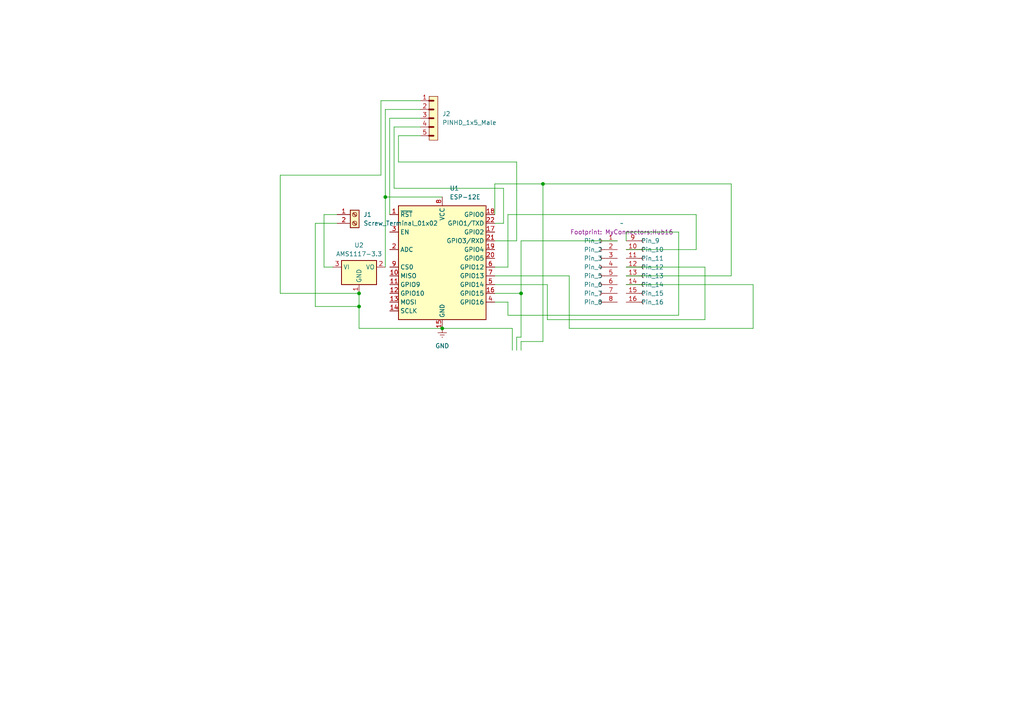
<source format=kicad_sch>
(kicad_sch (version 20250114) (generator "eeschema") (generator_version "9.0")
  (paper "A4")
  (lib_symbols
    (symbol "Connector:Screw_Terminal_01x02" (pin_names (offset 1.016) (hide yes))
      (property "Reference" "J" (at 0 2.54 0))
      (property "Value" "Screw_Terminal_01x02" (at 0 -5.08 0))
      (symbol "Screw_Terminal_01x02_1_1"
        (rectangle (start -1.27 1.27) (end 1.27 -3.81) (stroke (width 0.254)) (fill (type background)))
        (polyline (pts (xy -0.5334 0.3302) (xy 0.3302 -0.508)) (stroke (width 0.1524)))
        (polyline (pts (xy -0.5334 -2.2098) (xy 0.3302 -3.048)) (stroke (width 0.1524)))
        (polyline (pts (xy -0.3556 0.508) (xy 0.508 -0.3302)) (stroke (width 0.1524)))
        (polyline (pts (xy -0.3556 -2.032) (xy 0.508 -2.8702)) (stroke (width 0.1524)))
        (circle (center 0 0) (radius 0.635) (stroke (width 0.1524)))
        (circle (center 0 -2.54) (radius 0.635) (stroke (width 0.1524)))
        (pin passive line (at -5.08 0 0) (length 3.81) (name "Pin_1") (number "1"))
        (pin passive line (at -5.08 -2.54 0) (length 3.81) (name "Pin_2") (number "2"))
      )
    )
    (symbol "New_Library:HUB16"
      (property "Footprint" "MyConnectors:Hub16" (at 0.254 6.858 0) (show_name))
      (symbol "HUB16_1_1"
        (arc (start -7.6178 3.048) (mid -7.112 2.54) (end -7.6178 2.032) (stroke (width 0.1524)))
        (arc (start -7.6178 0.508) (mid -7.112 0) (end -7.6178 -0.508) (stroke (width 0.1524)))
        (arc (start -7.6178 -2.032) (mid -7.112 -2.54) (end -7.6178 -3.048) (stroke (width 0.1524)))
        (arc (start -7.6178 -4.572) (mid -7.112 -5.08) (end -7.6178 -5.588) (stroke (width 0.1524)))
        (arc (start -7.6178 -7.112) (mid -7.112 -7.62) (end -7.6178 -8.128) (stroke (width 0.1524)))
        (arc (start -7.6178 -9.652) (mid -7.112 -10.16) (end -7.6178 -10.668) (stroke (width 0.1524)))
        (arc (start -7.6178 -12.192) (mid -7.112 -12.7) (end -7.6178 -13.208) (stroke (width 0.1524)))
        (arc (start -7.6178 -14.732) (mid -7.112 -15.24) (end -7.6178 -15.748) (stroke (width 0.1524)))
        (polyline (pts (xy -6.35 2.54) (xy -7.112 2.54)) (stroke (width 0.1524)))
        (polyline (pts (xy -6.35 0) (xy -7.112 0)) (stroke (width 0.1524)))
        (polyline (pts (xy -6.35 -2.54) (xy -7.112 -2.54)) (stroke (width 0.1524)))
        (polyline (pts (xy -6.35 -5.08) (xy -7.112 -5.08)) (stroke (width 0.1524)))
        (polyline (pts (xy -6.35 -7.62) (xy -7.112 -7.62)) (stroke (width 0.1524)))
        (polyline (pts (xy -6.35 -10.16) (xy -7.112 -10.16)) (stroke (width 0.1524)))
        (polyline (pts (xy -6.35 -12.7) (xy -7.112 -12.7)) (stroke (width 0.1524)))
        (polyline (pts (xy -6.35 -15.24) (xy -7.112 -15.24)) (stroke (width 0.1524)))
        (polyline (pts (xy 3.81 2.54) (xy 4.572 2.54)) (stroke (width 0.1524)))
        (polyline (pts (xy 3.81 0) (xy 4.572 0)) (stroke (width 0.1524)))
        (polyline (pts (xy 3.81 -2.54) (xy 4.572 -2.54)) (stroke (width 0.1524)))
        (polyline (pts (xy 3.81 -5.08) (xy 4.572 -5.08)) (stroke (width 0.1524)))
        (polyline (pts (xy 3.81 -7.62) (xy 4.572 -7.62)) (stroke (width 0.1524)))
        (polyline (pts (xy 3.81 -10.16) (xy 4.572 -10.16)) (stroke (width 0.1524)))
        (polyline (pts (xy 3.81 -12.7) (xy 4.572 -12.7)) (stroke (width 0.1524)))
        (polyline (pts (xy 3.81 -15.24) (xy 4.572 -15.24)) (stroke (width 0.1524)))
        (arc (start 5.0778 2.032) (mid 4.572 2.54) (end 5.0778 3.048) (stroke (width 0.1524)))
        (arc (start 5.0778 -0.508) (mid 4.572 0) (end 5.0778 0.508) (stroke (width 0.1524)))
        (arc (start 5.0778 -3.048) (mid 4.572 -2.54) (end 5.0778 -2.032) (stroke (width 0.1524)))
        (arc (start 5.0778 -5.588) (mid 4.572 -5.08) (end 5.0778 -4.572) (stroke (width 0.1524)))
        (arc (start 5.0778 -8.128) (mid 4.572 -7.62) (end 5.0778 -7.112) (stroke (width 0.1524)))
        (arc (start 5.0778 -10.668) (mid 4.572 -10.16) (end 5.0778 -9.652) (stroke (width 0.1524)))
        (arc (start 5.0778 -13.208) (mid 4.572 -12.7) (end 5.0778 -12.192) (stroke (width 0.1524)))
        (arc (start 5.0778 -15.748) (mid 4.572 -15.24) (end 5.0778 -14.732) (stroke (width 0.1524)))
        (pin passive line (at -2.54 2.54 180) (length 3.81) (name "Pin_1") (number "1"))
        (pin passive line (at -2.54 0 180) (length 3.81) (name "Pin_2") (number "2"))
        (pin passive line (at -2.54 -2.54 180) (length 3.81) (name "Pin_3") (number "3"))
        (pin passive line (at -2.54 -5.08 180) (length 3.81) (name "Pin_4") (number "4"))
        (pin passive line (at -2.54 -7.62 180) (length 3.81) (name "Pin_5") (number "5"))
        (pin passive line (at -2.54 -10.16 180) (length 3.81) (name "Pin_6") (number "6"))
        (pin passive line (at -2.54 -12.7 180) (length 3.81) (name "Pin_7") (number "7"))
        (pin passive line (at -2.54 -15.24 180) (length 3.81) (name "Pin_8") (number "8"))
        (pin passive line (at 0 2.54 0) (length 3.81) (name "Pin_9") (number "9"))
        (pin passive line (at 0 0 0) (length 3.81) (name "Pin_10") (number "10"))
        (pin passive line (at 0 -2.54 0) (length 3.81) (name "Pin_11") (number "11"))
        (pin passive line (at 0 -5.08 0) (length 3.81) (name "Pin_12") (number "12"))
        (pin passive line (at 0 -7.62 0) (length 3.81) (name "Pin_13") (number "13"))
        (pin passive line (at 0 -10.16 0) (length 3.81) (name "Pin_14") (number "14"))
        (pin passive line (at 0 -12.7 0) (length 3.81) (name "Pin_15") (number "15"))
        (pin passive line (at 0 -15.24 0) (length 3.81) (name "Pin_16") (number "16"))
      )
    )
    (symbol "PCM_SL_Pin_Headers:PINHD_1x5_Male"
      (property "Reference" "J" (at 0 10.16 0))
      (property "Value" "PINHD_1x5_Male" (at 0 7.62 0))
      (symbol "PINHD_1x5_Male_0_1"
        (rectangle (start -1.27 6.35) (end 1.27 -6.35) (fill (type background)))
        (polyline (pts (xy -1.27 5.08) (xy 0 5.08)) (stroke (width 0.3)))
        (polyline (pts (xy -1.27 5.08) (xy 0 5.08)) (stroke (width 0.5)))
        (polyline (pts (xy -1.27 2.54) (xy 0 2.54)) (stroke (width 0.3)))
        (polyline (pts (xy -1.27 2.54) (xy 0 2.54)) (stroke (width 0.5)))
        (polyline (pts (xy -1.27 0) (xy 0 0)) (stroke (width 0.3)))
        (polyline (pts (xy -1.27 0) (xy 0 0)) (stroke (width 0.5)))
        (polyline (pts (xy -1.27 -2.54) (xy 0 -2.54)) (stroke (width 0.3)))
        (polyline (pts (xy -1.27 -2.54) (xy 0 -2.54)) (stroke (width 0.5)))
        (polyline (pts (xy -1.27 -5.08) (xy 0 -5.08)) (stroke (width 0.3)))
        (polyline (pts (xy -1.27 -5.08) (xy 0 -5.08)) (stroke (width 0.5)))
      )
      (symbol "PINHD_1x5_Male_1_1"
        (pin passive line (at -3.81 5.08 0) (length 2.54) (name "") (number "1"))
        (pin passive line (at -3.81 2.54 0) (length 2.54) (name "") (number "2"))
        (pin passive line (at -3.81 0 0) (length 2.54) (name "") (number "3"))
        (pin passive line (at -3.81 -2.54 0) (length 2.54) (name "") (number "4"))
        (pin passive line (at -3.81 -5.08 0) (length 2.54) (name "") (number "5"))
      )
    )
    (symbol "RF_Module:ESP-12E"
      (property "Reference" "U" (at -12.7 19.05 0))
      (property "Value" "ESP-12E" (at 12.7 19.05 0))
      (symbol "ESP-12E_0_1"
        (rectangle (start -12.7 17.78) (end 12.7 -15.24) (stroke (width 0.254)) (fill (type background)))
      )
      (symbol "ESP-12E_1_1"
        (pin input line (at -15.24 15.24 0) (length 2.54) (name "~{RST}") (number "1"))
        (pin input line (at -15.24 10.16 0) (length 2.54) (name "EN") (number "3"))
        (pin input line (at -15.24 5.08 0) (length 2.54) (name "ADC") (number "2"))
        (pin input line (at -15.24 0 0) (length 2.54) (name "CS0") (number "9"))
        (pin bidirectional line (at -15.24 -2.54 0) (length 2.54) (name "MISO") (number "10"))
        (pin bidirectional line (at -15.24 -5.08 0) (length 2.54) (name "GPIO9") (number "11"))
        (pin bidirectional line (at -15.24 -7.62 0) (length 2.54) (name "GPIO10") (number "12"))
        (pin bidirectional line (at -15.24 -10.16 0) (length 2.54) (name "MOSI") (number "13"))
        (pin bidirectional line (at -15.24 -12.7 0) (length 2.54) (name "SCLK") (number "14"))
        (pin power_in line (at 0 20.32 270) (length 2.54) (name "VCC") (number "8"))
        (pin power_in line (at 0 -17.78 90) (length 2.54) (name "GND") (number "15"))
        (pin bidirectional line (at 15.24 15.24 180) (length 2.54) (name "GPIO0") (number "18"))
        (pin bidirectional line (at 15.24 12.7 180) (length 2.54) (name "GPIO1/TXD") (number "22"))
        (pin bidirectional line (at 15.24 10.16 180) (length 2.54) (name "GPIO2") (number "17"))
        (pin bidirectional line (at 15.24 7.62 180) (length 2.54) (name "GPIO3/RXD") (number "21"))
        (pin bidirectional line (at 15.24 5.08 180) (length 2.54) (name "GPIO4") (number "19"))
        (pin bidirectional line (at 15.24 2.54 180) (length 2.54) (name "GPIO5") (number "20"))
        (pin bidirectional line (at 15.24 0 180) (length 2.54) (name "GPIO12") (number "6"))
        (pin bidirectional line (at 15.24 -2.54 180) (length 2.54) (name "GPIO13") (number "7"))
        (pin bidirectional line (at 15.24 -5.08 180) (length 2.54) (name "GPIO14") (number "5"))
        (pin bidirectional line (at 15.24 -7.62 180) (length 2.54) (name "GPIO15") (number "16"))
        (pin bidirectional line (at 15.24 -10.16 180) (length 2.54) (name "GPIO16") (number "4"))
      )
    )
    (symbol "Regulator_Linear:AMS1117-3.3"
      (property "Reference" "U" (at -3.81 3.175 0))
      (property "Value" "AMS1117-3.3" (at 0 3.175 0))
      (symbol "AMS1117-3.3_0_1"
        (rectangle (start -5.08 -5.08) (end 5.08 1.905) (stroke (width 0.254)) (fill (type background)))
      )
      (symbol "AMS1117-3.3_1_1"
        (pin power_in line (at -7.62 0 0) (length 2.54) (name "VI") (number "3"))
        (pin power_in line (at 0 -7.62 90) (length 2.54) (name "GND") (number "1"))
        (pin power_out line (at 7.62 0 180) (length 2.54) (name "VO") (number "2"))
      )
    )
    (symbol "power:Earth" (power) (pin_numbers (hide yes)) (pin_names (offset 0) (hide yes))
      (property "Value" "Earth" (at 0 -3.81 0))
      (symbol "Earth_0_1"
        (polyline (pts (xy -0.635 -1.905) (xy 0.635 -1.905)))
        (polyline (pts (xy -0.127 -2.54) (xy 0.127 -2.54)))
        (polyline (pts (xy 0 -1.27) (xy 0 0)))
        (polyline (pts (xy 1.27 -1.27) (xy -1.27 -1.27)))
      )
      (symbol "Earth_1_1"
        (pin power_in line (at 0 0 270) (length 0) (name "~") (number "1"))
      )
    )
  )
  (junction (at 128.27 95.25))
  (junction (at 111.76 57.15))
  (junction (at 104.14 88.9))
  (junction (at 157.48 53.34))
  (junction (at 104.14 85.09))
  (junction (at 151.13 85.09))
  (wire (pts (xy 111.76 31.75) (xy 121.92 31.75)))
  (wire (pts (xy 148.59 95.25) (xy 148.59 101.6)))
  (wire (pts (xy 147.32 91.44) (xy 147.32 87.63)))
  (wire (pts (xy 91.44 64.77) (xy 91.44 88.9)))
  (wire (pts (xy 165.1 95.25) (xy 165.1 80.01)))
  (wire (pts (xy 114.3 36.83) (xy 121.92 36.83)))
  (wire (pts (xy 93.98 77.47) (xy 96.52 77.47)))
  (wire (pts (xy 113.03 34.29) (xy 113.03 62.23)))
  (wire (pts (xy 218.44 82.55) (xy 218.44 95.25)))
  (wire (pts (xy 111.76 31.75) (xy 111.76 57.15)))
  (wire (pts (xy 110.49 29.21) (xy 121.92 29.21)))
  (wire (pts (xy 181.61 77.47) (xy 204.47 77.47)))
  (wire (pts (xy 111.76 57.15) (xy 111.76 77.47)))
  (wire (pts (xy 147.32 62.23) (xy 147.32 77.47)))
  (wire (pts (xy 196.85 91.44) (xy 147.32 91.44)))
  (wire (pts (xy 151.13 99.06) (xy 151.13 101.6)))
  (wire (pts (xy 158.75 82.55) (xy 143.51 82.55)))
  (wire (pts (xy 204.47 92.71) (xy 158.75 92.71)))
  (wire (pts (xy 181.61 67.31) (xy 196.85 67.31)))
  (wire (pts (xy 114.3 36.83) (xy 114.3 54.61)))
  (wire (pts (xy 93.98 62.23) (xy 93.98 77.47)))
  (wire (pts (xy 181.61 80.01) (xy 212.09 80.01)))
  (wire (pts (xy 113.03 34.29) (xy 121.92 34.29)))
  (wire (pts (xy 111.76 57.15) (xy 128.27 57.15)))
  (wire (pts (xy 204.47 77.47) (xy 204.47 92.71)))
  (wire (pts (xy 196.85 67.31) (xy 196.85 91.44)))
  (wire (pts (xy 151.13 99.06) (xy 157.48 99.06)))
  (wire (pts (xy 151.13 69.85) (xy 151.13 85.09)))
  (wire (pts (xy 212.09 80.01) (xy 212.09 53.34)))
  (wire (pts (xy 128.27 95.25) (xy 148.59 95.25)))
  (wire (pts (xy 201.93 62.23) (xy 147.32 62.23)))
  (wire (pts (xy 157.48 53.34) (xy 157.48 99.06)))
  (wire (pts (xy 181.61 69.85) (xy 181.61 67.31)))
  (wire (pts (xy 143.51 69.85) (xy 149.86 69.85)))
  (wire (pts (xy 104.14 88.9) (xy 104.14 95.25)))
  (wire (pts (xy 143.51 53.34) (xy 143.51 62.23)))
  (wire (pts (xy 149.86 46.99) (xy 115.57 46.99)))
  (wire (pts (xy 201.93 72.39) (xy 201.93 62.23)))
  (wire (pts (xy 151.13 85.09) (xy 143.51 85.09)))
  (wire (pts (xy 81.28 50.8) (xy 110.49 50.8)))
  (wire (pts (xy 146.05 54.61) (xy 114.3 54.61)))
  (wire (pts (xy 157.48 53.34) (xy 143.51 53.34)))
  (wire (pts (xy 115.57 39.37) (xy 115.57 46.99)))
  (wire (pts (xy 165.1 80.01) (xy 143.51 80.01)))
  (wire (pts (xy 143.51 64.77) (xy 146.05 64.77)))
  (wire (pts (xy 104.14 85.09) (xy 104.14 88.9)))
  (wire (pts (xy 146.05 64.77) (xy 146.05 54.61)))
  (wire (pts (xy 149.86 97.79) (xy 149.86 101.6)))
  (wire (pts (xy 158.75 92.71) (xy 158.75 82.55)))
  (wire (pts (xy 91.44 88.9) (xy 104.14 88.9)))
  (wire (pts (xy 104.14 85.09) (xy 81.28 85.09)))
  (wire (pts (xy 179.07 69.85) (xy 151.13 69.85)))
  (wire (pts (xy 104.14 95.25) (xy 128.27 95.25)))
  (wire (pts (xy 181.61 82.55) (xy 218.44 82.55)))
  (wire (pts (xy 151.13 85.09) (xy 151.13 97.79)))
  (wire (pts (xy 81.28 85.09) (xy 81.28 50.8)))
  (wire (pts (xy 149.86 69.85) (xy 149.86 46.99)))
  (wire (pts (xy 97.79 64.77) (xy 91.44 64.77)))
  (wire (pts (xy 147.32 87.63) (xy 143.51 87.63)))
  (wire (pts (xy 110.49 29.21) (xy 110.49 50.8)))
  (wire (pts (xy 218.44 95.25) (xy 165.1 95.25)))
  (wire (pts (xy 147.32 77.47) (xy 143.51 77.47)))
  (wire (pts (xy 151.13 97.79) (xy 149.86 97.79)))
  (wire (pts (xy 121.92 39.37) (xy 115.57 39.37)))
  (wire (pts (xy 212.09 53.34) (xy 157.48 53.34)))
  (wire (pts (xy 97.79 62.23) (xy 93.98 62.23)))
  (wire (pts (xy 181.61 72.39) (xy 201.93 72.39)))
  (symbol (lib_id "power:Earth") (at 128.27 95.25 0) (unit 1)
    (property "Reference" "#PWR01" (effects (hide yes)))
    (property "Value" "GND" (at 128.27 100.33 0))
    (property "Description" "Power symbol creates a global label with name \"Earth\"" (effects (hide yes)))
  )
  (symbol (lib_id "PCM_SL_Pin_Headers:PINHD_1x5_Male") (at 125.73 34.29 0) (unit 1)
    (property "Reference" "J2" (at 128.27 33.0199 0) (effects (justify left)))
    (property "Value" "PINHD_1x5_Male" (at 128.27 35.5599 0) (effects (justify left)))
    (property "Footprint" "Connector_PinHeader_2.54mm:PinHeader_1x05_P2.54mm_Vertical" (effects (hide yes)))
    (property "Description" "Pin Header male with pin space 2.54mm. Pin Count -5" (effects (hide yes)))
  )
  (symbol (lib_id "Connector:Screw_Terminal_01x02") (at 102.87 62.23 0) (unit 1)
    (property "Reference" "J1" (at 105.41 62.2299 0) (effects (justify left)))
    (property "Value" "Screw_Terminal_01x02" (at 105.41 64.7699 0) (effects (justify left)))
    (property "Footprint" "TerminalBlock:TerminalBlock_MaiXu_MX126-5.0-02P_1x02_P5.00mm" (effects (hide yes)))
    (property "Description" "Generic screw terminal, single row, 01x02, script generated (kicad-library-utils/schlib/autogen/connector/)" (effects (hide yes)))
  )
  (symbol (lib_id "New_Library:HUB16") (at 181.61 72.39 0) (unit 1)
    (property "Reference" "U3" (effects (hide yes)))
    (property "Value" "~" (at 180.34 64.77 0))
    (property "Footprint" "MyConnectors:Hub16" (at 180.34 67.31 0) (show_name yes))
    (property "Sim.Library" "HUB" (effects (hide yes)))
  )
  (symbol (lib_id "RF_Module:ESP-12E") (at 128.27 77.47 0) (unit 1)
    (property "Reference" "U1" (at 130.4133 54.61 0) (effects (justify left)))
    (property "Value" "ESP-12E" (at 130.4133 57.15 0) (effects (justify left)))
    (property "Footprint" "RF_Module:ESP-12E" (effects (hide yes)))
    (property "Datasheet" "http://wiki.ai-thinker.com/_media/esp8266/esp8266_series_modules_user_manual_v1.1.pdf" (effects (hide yes)))
    (property "Description" "802.11 b/g/n Wi-Fi Module" (effects (hide yes)))
  )
  (symbol (lib_id "Regulator_Linear:AMS1117-3.3") (at 104.14 77.47 0) (unit 1)
    (property "Reference" "U2" (at 104.14 71.12 0))
    (property "Value" "AMS1117-3.3" (at 104.14 73.66 0))
    (property "Footprint" "Package_TO_SOT_SMD:SOT-223-3_TabPin2" (effects (hide yes)))
    (property "Datasheet" "http://www.advanced-monolithic.com/pdf/ds1117.pdf" (effects (hide yes)))
    (property "Description" "1A Low Dropout regulator, positive, 3.3V fixed output, SOT-223" (effects (hide yes)))
  )
)
</source>
